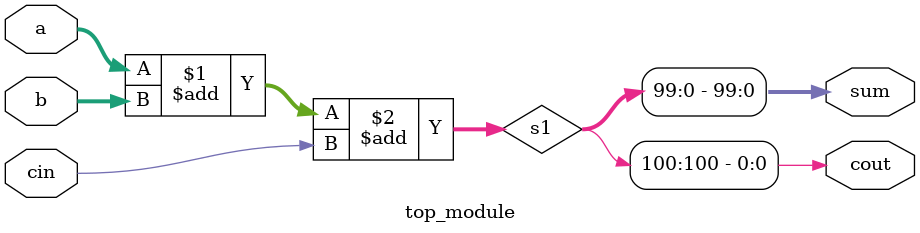
<source format=v>
/*Create a 100-bit binary adder. The adder adds two 100-bit numbers and a carry-in to produce a 100-bit sum and carry out.*/
module top_module( 
    input [99:0] a, b,
    input cin,
    output cout,
    output [99:0] sum );
    wire [100:0]s1;
    assign s1= a+b+cin;
    assign sum=s1[99:0];
    assign cout =s1[100];
endmodule

</source>
